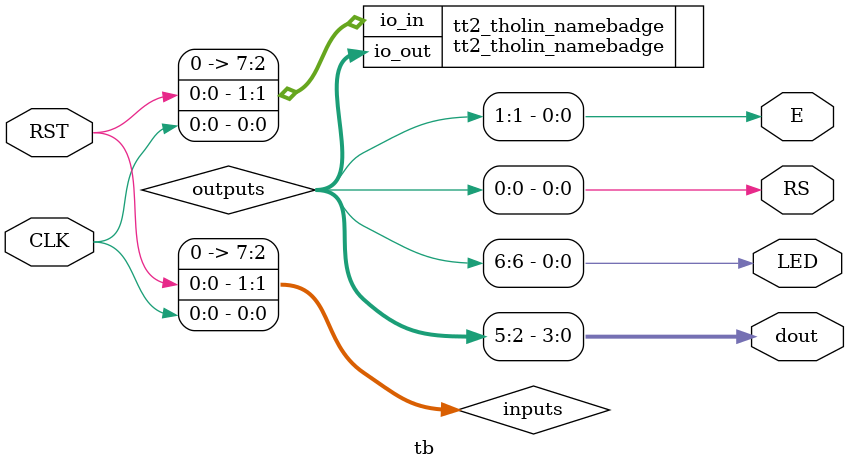
<source format=v>
`default_nettype none
`timescale 1ns/1ps

module tb (
	input CLK,
	input RST,
	output RS,
	output E,
	output [3:0] dout,
	output LED
	);
	
	initial begin
		$dumpfile ("tb.vcd");
		$dumpvars (0, tb);
		#1;
	end
	
	wire [7:0] inputs = {RST, CLK};
	wire [7:0] outputs;
	assign RS = outputs[0];
	assign E = outputs[1];
	assign dout = outputs[5:2];
	assign LED = outputs[6];
	
	tt2_tholin_namebadge tt2_tholin_namebadge (
		`ifdef GL_TEST
			.vccd1( 1'b1),
			.vssd1( 1'b0),
		`endif
		.io_in (inputs),
		.io_out (outputs)
	);
endmodule

</source>
